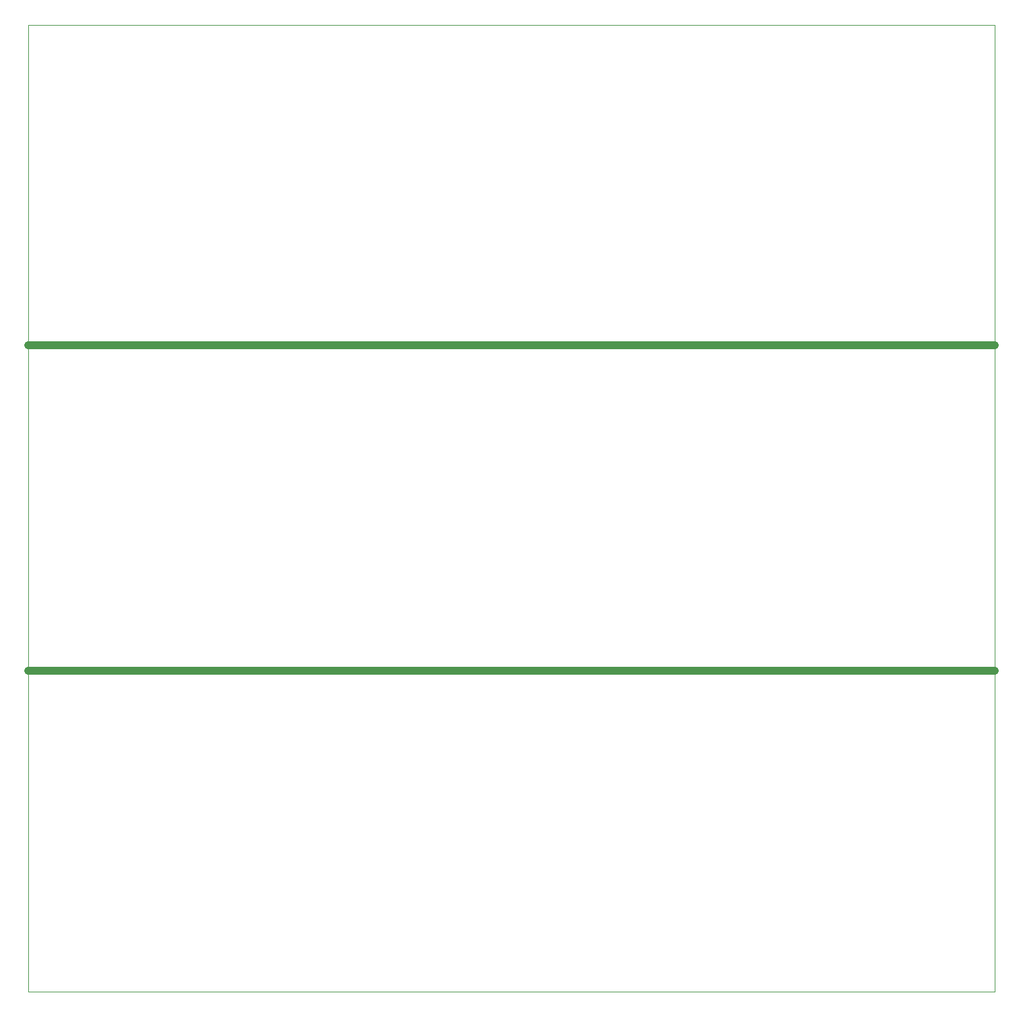
<source format=gm1>
G04 #@! TF.GenerationSoftware,KiCad,Pcbnew,(5.1.2)-2*
G04 #@! TF.CreationDate,2022-11-28T00:10:09+09:00*
G04 #@! TF.ProjectId,manufacture,6d616e75-6661-4637-9475-72652e6b6963,rev?*
G04 #@! TF.SameCoordinates,Original*
G04 #@! TF.FileFunction,Profile,NP*
%FSLAX46Y46*%
G04 Gerber Fmt 4.6, Leading zero omitted, Abs format (unit mm)*
G04 Created by KiCad (PCBNEW (5.1.2)-2) date 2022-11-28 00:10:09*
%MOMM*%
%LPD*%
G04 APERTURE LIST*
%ADD10C,1.000000*%
%ADD11C,0.100000*%
G04 APERTURE END LIST*
D10*
X38100000Y-121285000D02*
X162560000Y-121285000D01*
X38100000Y-79375000D02*
X162560000Y-79375000D01*
D11*
X38100000Y-38100000D02*
X162560000Y-38100000D01*
X38100000Y-162560000D02*
X38100000Y-38100000D01*
X162560000Y-38100000D02*
X162560000Y-162560000D01*
X162560000Y-162560000D02*
X38100000Y-162560000D01*
M02*

</source>
